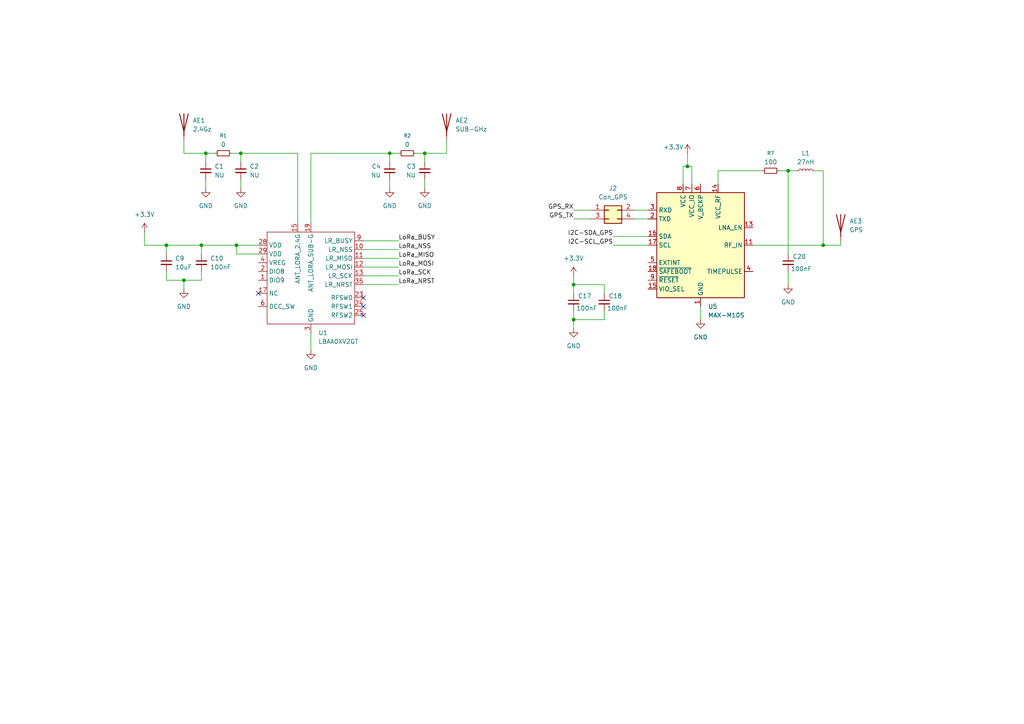
<source format=kicad_sch>
(kicad_sch (version 20250114) (generator "eeschema") (generator_version "9.0")
  (paper "A4")
  (lib_symbols
    (symbol "Connector_Generic:Conn_02x02_Odd_Even" (pin_names (offset 1.016) (hide yes))
      (property "Reference" "J" (at 1.27 2.54 0))
      (property "Value" "Conn_02x02_Odd_Even" (at 1.27 -5.08 0))
      (symbol "Conn_02x02_Odd_Even_1_1"
        (rectangle (start -1.27 1.27) (end 3.81 -3.81) (stroke (width 0.254)) (fill (type background)))
        (rectangle (start -1.27 0.127) (end 0 -0.127) (stroke (width 0.1524)))
        (rectangle (start -1.27 -2.413) (end 0 -2.667) (stroke (width 0.1524)))
        (rectangle (start 3.81 0.127) (end 2.54 -0.127) (stroke (width 0.1524)))
        (rectangle (start 3.81 -2.413) (end 2.54 -2.667) (stroke (width 0.1524)))
        (pin passive line (at -5.08 0 0) (length 3.81) (name "Pin_1") (number "1"))
        (pin passive line (at -5.08 -2.54 0) (length 3.81) (name "Pin_3") (number "3"))
        (pin passive line (at 7.62 0 180) (length 3.81) (name "Pin_2") (number "2"))
        (pin passive line (at 7.62 -2.54 180) (length 3.81) (name "Pin_4") (number "4"))
      )
    )
    (symbol "Device:Antenna" (pin_numbers (hide yes)) (pin_names (offset 1.016) (hide yes))
      (property "Reference" "AE" (at -1.905 1.905 0))
      (property "Value" "Antenna" (at -1.905 0 0))
      (symbol "Antenna_0_1"
        (polyline (pts (xy 0 2.54) (xy 0 -3.81)) (stroke (width 0.254)))
        (polyline (pts (xy 1.27 2.54) (xy 0 -2.54) (xy -1.27 2.54)) (stroke (width 0.254)))
      )
      (symbol "Antenna_1_1"
        (pin input line (at 0 -5.08 90) (length 2.54) (name "A") (number "1"))
      )
    )
    (symbol "Device:C_Small" (pin_numbers (hide yes)) (pin_names (offset 0.254) (hide yes))
      (property "Reference" "C" (at 0.254 1.778 0))
      (property "Value" "C_Small" (at 0.254 -2.032 0))
      (symbol "C_Small_0_1"
        (polyline (pts (xy -1.524 0.508) (xy 1.524 0.508)) (stroke (width 0.3048)))
        (polyline (pts (xy -1.524 -0.508) (xy 1.524 -0.508)) (stroke (width 0.3302)))
      )
      (symbol "C_Small_1_1"
        (pin passive line (at 0 2.54 270) (length 2.032) (name "~") (number "1"))
        (pin passive line (at 0 -2.54 90) (length 2.032) (name "~") (number "2"))
      )
    )
    (symbol "Device:L_Small" (pin_numbers (hide yes)) (pin_names (offset 0.254) (hide yes))
      (property "Reference" "L" (at 0.762 1.016 0))
      (property "Value" "L_Small" (at 0.762 -1.016 0))
      (symbol "L_Small_0_1"
        (arc (start 0 2.032) (mid 0.5058 1.524) (end 0 1.016))
        (arc (start 0 1.016) (mid 0.5058 0.508) (end 0 0))
        (arc (start 0 0) (mid 0.5058 -0.508) (end 0 -1.016))
        (arc (start 0 -1.016) (mid 0.5058 -1.524) (end 0 -2.032))
      )
      (symbol "L_Small_1_1"
        (pin passive line (at 0 2.54 270) (length 0.508) (name "~") (number "1"))
        (pin passive line (at 0 -2.54 90) (length 0.508) (name "~") (number "2"))
      )
    )
    (symbol "Device:R_Small" (pin_numbers (hide yes)) (pin_names (offset 0.254) (hide yes))
      (property "Reference" "R" (at 0 0 90))
      (property "Value" "R_Small" (at 1.778 0 90))
      (symbol "R_Small_0_1"
        (rectangle (start -0.762 1.778) (end 0.762 -1.778) (stroke (width 0.2032)))
      )
      (symbol "R_Small_1_1"
        (pin passive line (at 0 2.54 270) (length 0.762) (name "~") (number "1"))
        (pin passive line (at 0 -2.54 90) (length 0.762) (name "~") (number "2"))
      )
    )
    (symbol "RF_GPS:MAX-M10S"
      (property "Reference" "U" (at -10.16 16.51 0))
      (property "Value" "MAX-M10S" (at 11.43 16.51 0))
      (symbol "MAX-M10S_0_1"
        (rectangle (start 12.7 15.24) (end -12.7 -15.24) (stroke (width 0.254)) (fill (type background)))
      )
      (symbol "MAX-M10S_1_1"
        (pin input line (at -15.24 10.16 0) (length 2.54) (name "RXD") (number "3"))
        (pin output line (at -15.24 7.62 0) (length 2.54) (name "TXD") (number "2"))
        (pin bidirectional line (at -15.24 2.54 0) (length 2.54) (name "SDA") (number "16"))
        (pin input line (at -15.24 0 0) (length 2.54) (name "SCL") (number "17"))
        (pin input line (at -15.24 -5.08 0) (length 2.54) (name "EXTINT") (number "5"))
        (pin input line (at -15.24 -7.62 0) (length 2.54) (name "~{SAFEBOOT}") (number "18"))
        (pin input line (at -15.24 -10.16 0) (length 2.54) (name "~{RESET}") (number "9"))
        (pin input line (at -15.24 -12.7 0) (length 2.54) (name "VIO_SEL") (number "15"))
        (pin power_in line (at -5.08 17.78 270) (length 2.54) (name "VCC") (number "8"))
        (pin power_in line (at -2.54 17.78 270) (length 2.54) (name "VCC_IO") (number "7"))
        (pin power_in line (at 0 17.78 270) (length 2.54) (name "V_BCKP") (number "6"))
        (pin power_in line (at 0 -17.78 90) (length 2.54) (name "GND") (number "1"))
        (pin passive line (at 0 -17.78 90) (length 2.54) (hide yes) (name "GND") (number "10"))
        (pin passive line (at 0 -17.78 90) (length 2.54) (hide yes) (name "GND") (number "12"))
        (pin power_out line (at 5.08 17.78 270) (length 2.54) (name "VCC_RF") (number "14"))
        (pin output line (at 15.24 5.08 180) (length 2.54) (name "LNA_EN") (number "13"))
        (pin input line (at 15.24 0 180) (length 2.54) (name "RF_IN") (number "11"))
        (pin output line (at 15.24 -7.62 180) (length 2.54) (name "TIMEPULSE") (number "4"))
      )
    )
    (symbol "_W_LoRa:LBAA0XV2GT-001"
      (property "Reference" "U" (at 8.636 8.89 0))
      (symbol "LBAA0XV2GT-001_0_1"
        (rectangle (start -11.43 7.62) (end 13.97 -19.05))
      )
      (symbol "LBAA0XV2GT-001_1_1"
        (pin input line (at -13.97 3.81 0) (length 2.54) (name "VDD") (number "28"))
        (pin input line (at -13.97 1.27 0) (length 2.54) (name "VDD") (number "29"))
        (pin input line (at -13.97 -1.27 0) (length 2.54) (name "VREG") (number "4"))
        (pin input line (at -13.97 -3.81 0) (length 2.54) (name "DIO8") (number "2"))
        (pin input line (at -13.97 -6.35 0) (length 2.54) (name "DIO9") (number "1"))
        (pin input line (at -13.97 -10.16 0) (length 2.54) (name "NC") (number "17"))
        (pin input line (at -13.97 -10.16 0) (length 2.54) (hide yes) (name "NC") (number "21"))
        (pin input line (at -13.97 -13.97 0) (length 2.54) (name "DCC_SW") (number "6"))
        (pin input line (at -2.54 10.16 270) (length 2.54) (name "ANT_LORA_2.4G") (number "15"))
        (pin input line (at 1.27 10.16 270) (length 2.54) (name "ANT_LORA_SUB-G") (number "19"))
        (pin input line (at 1.27 -21.59 90) (length 2.54) (hide yes) (name "GND") (number "14"))
        (pin input line (at 1.27 -21.59 90) (length 2.54) (hide yes) (name "GND") (number "16"))
        (pin input line (at 1.27 -21.59 90) (length 2.54) (hide yes) (name "GND") (number "18"))
        (pin input line (at 1.27 -21.59 90) (length 2.54) (hide yes) (name "GND") (number "20"))
        (pin input line (at 1.27 -21.59 90) (length 2.54) (hide yes) (name "GND") (number "22"))
        (pin input line (at 1.27 -21.59 90) (length 2.54) (hide yes) (name "GND") (number "26"))
        (pin input line (at 1.27 -21.59 90) (length 2.54) (hide yes) (name "GND") (number "27"))
        (pin input line (at 1.27 -21.59 90) (length 2.54) (name "GND") (number "3"))
        (pin input line (at 1.27 -21.59 90) (length 2.54) (hide yes) (name "GND") (number "30"))
        (pin input line (at 1.27 -21.59 90) (length 2.54) (hide yes) (name "GND") (number "31"))
        (pin input line (at 1.27 -21.59 90) (length 2.54) (hide yes) (name "GND") (number "32"))
        (pin input line (at 1.27 -21.59 90) (length 2.54) (hide yes) (name "GND") (number "33"))
        (pin input line (at 1.27 -21.59 90) (length 2.54) (hide yes) (name "GND") (number "34"))
        (pin input line (at 1.27 -21.59 90) (length 2.54) (hide yes) (name "GND") (number "36"))
        (pin input line (at 1.27 -21.59 90) (length 2.54) (hide yes) (name "GND") (number "37"))
        (pin input line (at 1.27 -21.59 90) (length 2.54) (hide yes) (name "GND") (number "38"))
        (pin input line (at 1.27 -21.59 90) (length 2.54) (hide yes) (name "GND") (number "39"))
        (pin input line (at 1.27 -21.59 90) (length 2.54) (hide yes) (name "GND") (number "40"))
        (pin input line (at 1.27 -21.59 90) (length 2.54) (hide yes) (name "GND") (number "41"))
        (pin input line (at 1.27 -21.59 90) (length 2.54) (hide yes) (name "GND") (number "42"))
        (pin input line (at 1.27 -21.59 90) (length 2.54) (hide yes) (name "GND") (number "43"))
        (pin input line (at 1.27 -21.59 90) (length 2.54) (hide yes) (name "GND") (number "44"))
        (pin input line (at 1.27 -21.59 90) (length 2.54) (hide yes) (name "GND") (number "45"))
        (pin input line (at 1.27 -21.59 90) (length 2.54) (hide yes) (name "GND") (number "46"))
        (pin input line (at 1.27 -21.59 90) (length 2.54) (hide yes) (name "GND") (number "47"))
        (pin input line (at 1.27 -21.59 90) (length 2.54) (hide yes) (name "GND") (number "48"))
        (pin input line (at 1.27 -21.59 90) (length 2.54) (hide yes) (name "GND") (number "5"))
        (pin input line (at 1.27 -21.59 90) (length 2.54) (hide yes) (name "GND") (number "7"))
        (pin input line (at 1.27 -21.59 90) (length 2.54) (hide yes) (name "GND") (number "8"))
        (pin input line (at 16.51 5.08 180) (length 2.54) (name "LR_BUSY") (number "9"))
        (pin input line (at 16.51 2.54 180) (length 2.54) (name "LR_NSS") (number "10"))
        (pin input line (at 16.51 0 180) (length 2.54) (name "LR_MISO") (number "11"))
        (pin input line (at 16.51 -2.54 180) (length 2.54) (name "LR_MOSI") (number "12"))
        (pin input line (at 16.51 -5.08 180) (length 2.54) (name "LR_SCK") (number "13"))
        (pin input line (at 16.51 -7.62 180) (length 2.54) (name "LR_NRST") (number "35"))
        (pin input line (at 16.51 -11.43 180) (length 2.54) (name "RFSW0") (number "23"))
        (pin input line (at 16.51 -13.97 180) (length 2.54) (name "RFSW1") (number "24"))
        (pin input line (at 16.51 -16.51 180) (length 2.54) (name "RFSW2") (number "25"))
      )
    )
    (symbol "power:+3.3V" (power) (pin_numbers (hide yes)) (pin_names (offset 0) (hide yes))
      (property "Value" "+3.3V" (at 0 3.556 0))
      (symbol "+3.3V_0_1"
        (polyline (pts (xy -0.762 1.27) (xy 0 2.54)))
        (polyline (pts (xy 0 2.54) (xy 0.762 1.27)))
        (polyline (pts (xy 0 0) (xy 0 2.54)))
      )
      (symbol "+3.3V_1_1"
        (pin power_in line (at 0 0 90) (length 0) (name "~") (number "1"))
      )
    )
    (symbol "power:GND" (power) (pin_numbers (hide yes)) (pin_names (offset 0) (hide yes))
      (property "Value" "GND" (at 0 -3.81 0))
      (symbol "GND_0_1"
        (polyline (pts (xy 0 0) (xy 0 -1.27) (xy 1.27 -1.27) (xy 0 -2.54) (xy -1.27 -1.27) (xy 0 -1.27)))
      )
      (symbol "GND_1_1"
        (pin power_in line (at 0 0 270) (length 0) (name "~") (number "1"))
      )
    )
  )
  (junction (at 48.26 71.12))
  (junction (at 199.39 48.26))
  (junction (at 228.6 49.53))
  (junction (at 166.37 82.55))
  (junction (at 166.37 92.71))
  (junction (at 123.19 44.45))
  (junction (at 53.34 81.28))
  (junction (at 58.42 71.12))
  (junction (at 59.69 44.45))
  (junction (at 113.03 44.45))
  (junction (at 238.76 71.12))
  (junction (at 68.58 71.12))
  (junction (at 69.85 44.45))
  (no_connect (at 74.93 85.09))
  (no_connect (at 105.41 91.44))
  (no_connect (at 105.41 86.36))
  (no_connect (at 105.41 88.9))
  (wire (pts (xy 166.37 92.71) (xy 166.37 90.17)))
  (wire (pts (xy 115.57 44.45) (xy 113.03 44.45)))
  (wire (pts (xy 238.76 71.12) (xy 243.84 71.12)))
  (wire (pts (xy 187.96 63.5) (xy 184.15 63.5)))
  (wire (pts (xy 208.28 49.53) (xy 220.98 49.53)))
  (wire (pts (xy 199.39 44.45) (xy 199.39 48.26)))
  (wire (pts (xy 166.37 82.55) (xy 175.26 82.55)))
  (wire (pts (xy 226.06 49.53) (xy 228.6 49.53)))
  (wire (pts (xy 69.85 52.07) (xy 69.85 54.61)))
  (wire (pts (xy 199.39 48.26) (xy 200.66 48.26)))
  (wire (pts (xy 129.54 44.45) (xy 123.19 44.45)))
  (wire (pts (xy 175.26 85.09) (xy 175.26 82.55)))
  (wire (pts (xy 187.96 71.12) (xy 177.8 71.12)))
  (wire (pts (xy 120.65 44.45) (xy 123.19 44.45)))
  (wire (pts (xy 123.19 44.45) (xy 123.19 46.99)))
  (wire (pts (xy 68.58 71.12) (xy 58.42 71.12)))
  (wire (pts (xy 68.58 73.66) (xy 68.58 71.12)))
  (wire (pts (xy 198.12 48.26) (xy 199.39 48.26)))
  (wire (pts (xy 208.28 53.34) (xy 208.28 49.53)))
  (wire (pts (xy 48.26 73.66) (xy 48.26 71.12)))
  (wire (pts (xy 171.45 60.96) (xy 166.37 60.96)))
  (wire (pts (xy 74.93 71.12) (xy 68.58 71.12)))
  (wire (pts (xy 166.37 92.71) (xy 175.26 92.71)))
  (wire (pts (xy 243.84 71.12) (xy 243.84 69.85)))
  (wire (pts (xy 53.34 44.45) (xy 59.69 44.45)))
  (wire (pts (xy 113.03 44.45) (xy 113.03 46.99)))
  (wire (pts (xy 105.41 74.93) (xy 115.57 74.93)))
  (wire (pts (xy 238.76 49.53) (xy 238.76 71.12)))
  (wire (pts (xy 48.26 81.28) (xy 53.34 81.28)))
  (wire (pts (xy 228.6 78.74) (xy 228.6 82.55)))
  (wire (pts (xy 74.93 73.66) (xy 68.58 73.66)))
  (wire (pts (xy 59.69 44.45) (xy 62.23 44.45)))
  (wire (pts (xy 166.37 82.55) (xy 166.37 80.01)))
  (wire (pts (xy 69.85 44.45) (xy 86.36 44.45)))
  (wire (pts (xy 203.2 88.9) (xy 203.2 92.71)))
  (wire (pts (xy 67.31 44.45) (xy 69.85 44.45)))
  (wire (pts (xy 187.96 60.96) (xy 184.15 60.96)))
  (wire (pts (xy 90.17 44.45) (xy 90.17 64.77)))
  (wire (pts (xy 48.26 71.12) (xy 41.91 71.12)))
  (wire (pts (xy 90.17 44.45) (xy 113.03 44.45)))
  (wire (pts (xy 105.41 77.47) (xy 115.57 77.47)))
  (wire (pts (xy 58.42 81.28) (xy 58.42 78.74)))
  (wire (pts (xy 228.6 49.53) (xy 231.14 49.53)))
  (wire (pts (xy 105.41 72.39) (xy 115.57 72.39)))
  (wire (pts (xy 53.34 81.28) (xy 58.42 81.28)))
  (wire (pts (xy 53.34 44.45) (xy 53.34 40.64)))
  (wire (pts (xy 59.69 52.07) (xy 59.69 54.61)))
  (wire (pts (xy 90.17 96.52) (xy 90.17 101.6)))
  (wire (pts (xy 105.41 69.85) (xy 115.57 69.85)))
  (wire (pts (xy 48.26 78.74) (xy 48.26 81.28)))
  (wire (pts (xy 129.54 44.45) (xy 129.54 40.64)))
  (wire (pts (xy 105.41 80.01) (xy 115.57 80.01)))
  (wire (pts (xy 166.37 95.25) (xy 166.37 92.71)))
  (wire (pts (xy 69.85 44.45) (xy 69.85 46.99)))
  (wire (pts (xy 53.34 81.28) (xy 53.34 83.82)))
  (wire (pts (xy 236.22 49.53) (xy 238.76 49.53)))
  (wire (pts (xy 171.45 63.5) (xy 166.37 63.5)))
  (wire (pts (xy 218.44 71.12) (xy 238.76 71.12)))
  (wire (pts (xy 200.66 48.26) (xy 200.66 53.34)))
  (wire (pts (xy 198.12 53.34) (xy 198.12 48.26)))
  (wire (pts (xy 166.37 85.09) (xy 166.37 82.55)))
  (wire (pts (xy 228.6 49.53) (xy 228.6 73.66)))
  (wire (pts (xy 123.19 52.07) (xy 123.19 54.61)))
  (wire (pts (xy 113.03 52.07) (xy 113.03 54.61)))
  (wire (pts (xy 105.41 82.55) (xy 115.57 82.55)))
  (wire (pts (xy 58.42 71.12) (xy 48.26 71.12)))
  (wire (pts (xy 58.42 73.66) (xy 58.42 71.12)))
  (wire (pts (xy 59.69 44.45) (xy 59.69 46.99)))
  (wire (pts (xy 175.26 92.71) (xy 175.26 90.17)))
  (wire (pts (xy 41.91 67.31) (xy 41.91 71.12)))
  (wire (pts (xy 86.36 64.77) (xy 86.36 44.45)))
  (wire (pts (xy 187.96 68.58) (xy 177.8 68.58)))
  (label "I2C-SDA_GPS" (at 177.8 68.58 180))
  (label "GPS_RX" (at 166.37 60.96 180))
  (label "LoRa_BUSY" (at 115.57 69.85 0))
  (label "LoRa_MISO" (at 115.57 74.93 0))
  (label "LoRa_SCK" (at 115.57 80.01 0))
  (label "I2C-SCL_GPS" (at 177.8 71.12 180))
  (label "GPS_TX" (at 166.37 63.5 180))
  (label "LoRa_MOSI" (at 115.57 77.47 0))
  (label "LoRa_NSS" (at 115.57 72.39 0))
  (label "LoRa_NRST" (at 115.57 82.55 0))
  (symbol (lib_id "power:GND") (at 123.19 54.61 0) (mirror y) (unit 1)
    (property "Reference" "#PWR04" (effects (hide yes)))
    (property "Value" "GND" (at 123.19 59.69 0))
    (property "Description" "Power symbol creates a global label with name \"GND\" , ground" (effects (hide yes)))
  )
  (symbol (lib_id "Device:C_Small") (at 69.85 49.53 0) (unit 1)
    (property "Reference" "C2" (at 72.39 48.2662 0) (effects (justify left)))
    (property "Value" "NU" (at 72.39 50.8062 0) (effects (justify left)))
    (property "Footprint" "Capacitor_SMD:C_0402_1005Metric" (effects (hide yes)))
    (property "Description" "Unpolarized capacitor, small symbol" (effects (hide yes)))
  )
  (symbol (lib_id "_W_LoRa:LBAA0XV2GT-001") (at 88.9 74.93 0) (unit 1)
    (property "Reference" "U1" (at 92.3133 96.52 0) (effects (justify left)))
    (property "Value" "LBAA0XV2GT" (at 92.3133 99.06 0) (effects (justify left)))
    (property "Footprint" "_W_LoRa:LBAA0XV2GT" (effects (hide yes)))
  )
  (symbol (lib_id "Device:C_Small") (at 228.6 76.2 0) (unit 1)
    (property "Reference" "C20" (at 229.87 74.422 0) (effects (justify left)))
    (property "Value" "100nF" (at 229.362 77.978 0) (effects (justify left)))
    (property "Footprint" "Capacitor_SMD:C_0402_1005Metric" (effects (hide yes)))
    (property "Description" "Unpolarized capacitor, small symbol" (effects (hide yes)))
  )
  (symbol (lib_id "power:GND") (at 69.85 54.61 0) (unit 1)
    (property "Reference" "#PWR03" (effects (hide yes)))
    (property "Value" "GND" (at 69.85 59.69 0))
    (property "Description" "Power symbol creates a global label with name \"GND\" , ground" (effects (hide yes)))
  )
  (symbol (lib_id "power:+3.3V") (at 199.39 44.45 0) (unit 1)
    (property "Reference" "#PWR029" (effects (hide yes)))
    (property "Value" "+3.3V" (at 195.326 42.672 0))
    (property "Description" "Power symbol creates a global label with name \"+3.3V\"" (effects (hide yes)))
  )
  (symbol (lib_id "Device:C_Small") (at 166.37 87.63 0) (unit 1)
    (property "Reference" "C17" (at 167.64 85.852 0) (effects (justify left)))
    (property "Value" "100nF" (at 167.132 89.408 0) (effects (justify left)))
    (property "Footprint" "Capacitor_SMD:C_0402_1005Metric" (effects (hide yes)))
    (property "Description" "Unpolarized capacitor, small symbol" (effects (hide yes)))
  )
  (symbol (lib_id "RF_GPS:MAX-M10S") (at 203.2 71.12 0) (unit 1)
    (property "Reference" "U5" (at 205.3433 88.9 0) (effects (justify left)))
    (property "Value" "MAX-M10S" (at 205.3433 91.44 0) (effects (justify left)))
    (property "Footprint" "RF_GPS:ublox_MAX" (effects (hide yes)))
    (property "Datasheet" "https://content.u-blox.com/sites/default/files/MAX-M10S_DataSheet_UBX-20035208.pdf" (effects (hide yes)))
    (property "Description" "GNSS Module MAX M10, VCC 1.65V to 3.6V" (effects (hide yes)))
  )
  (symbol (lib_id "Device:L_Small") (at 233.68 49.53 90) (unit 1)
    (property "Reference" "L1" (at 233.68 44.45 90))
    (property "Value" "27nH" (at 233.68 46.99 90))
    (property "Footprint" "Inductor_SMD:L_0402_1005Metric" (effects (hide yes)))
    (property "Description" "Inductor, small symbol" (effects (hide yes)))
  )
  (symbol (lib_id "Device:R_Small") (at 223.52 49.53 90) (unit 1)
    (property "Reference" "R7" (at 223.52 44.45 90) (effects (font (size 1.016 1.016))))
    (property "Value" "100" (at 223.52 46.99 90))
    (property "Footprint" "Resistor_SMD:R_0402_1005Metric" (effects (hide yes)))
    (property "Description" "Resistor, small symbol" (effects (hide yes)))
  )
  (symbol (lib_id "Device:Antenna") (at 129.54 35.56 0) (mirror y) (unit 1)
    (property "Reference" "AE2" (at 132.08 34.9249 0) (effects (justify right)))
    (property "Value" "SUB-GHz" (at 132.08 37.4649 0) (effects (justify right)))
    (property "Footprint" "Connector_Coaxial:SMA_Molex_73251-1153_EdgeMount_Horizontal" (effects (hide yes)))
    (property "Description" "Antenna" (effects (hide yes)))
  )
  (symbol (lib_id "power:GND") (at 203.2 92.71 0) (unit 1)
    (property "Reference" "#PWR028" (effects (hide yes)))
    (property "Value" "GND" (at 203.2 97.79 0))
    (property "Description" "Power symbol creates a global label with name \"GND\" , ground" (effects (hide yes)))
  )
  (symbol (lib_id "Device:C_Small") (at 113.03 49.53 0) (mirror y) (unit 1)
    (property "Reference" "C4" (at 110.49 48.2662 0) (effects (justify left)))
    (property "Value" "NU" (at 110.49 50.8062 0) (effects (justify left)))
    (property "Footprint" "Capacitor_SMD:C_0402_1005Metric" (effects (hide yes)))
    (property "Description" "Unpolarized capacitor, small symbol" (effects (hide yes)))
  )
  (symbol (lib_id "Connector_Generic:Conn_02x02_Odd_Even") (at 176.53 60.96 0) (unit 1)
    (property "Reference" "J2" (at 177.8 54.61 0))
    (property "Value" "Con_GPS" (at 177.8 57.15 0))
    (property "Footprint" "Connector_PinSocket_2.54mm:PinSocket_2x02_P2.54mm_Vertical" (effects (hide yes)))
    (property "Description" "Generic connector, double row, 02x02, odd/even pin numbering scheme (row 1 odd numbers, row 2 even numbers), script generated (kicad-library-utils/schlib/autogen/connector/)" (effects (hide yes)))
  )
  (symbol (lib_id "power:+3.3V") (at 41.91 67.31 0) (unit 1)
    (property "Reference" "#PWR010" (effects (hide yes)))
    (property "Value" "+3.3V" (at 41.91 62.23 0))
    (property "Description" "Power symbol creates a global label with name \"+3.3V\"" (effects (hide yes)))
  )
  (symbol (lib_id "power:GND") (at 53.34 83.82 0) (unit 1)
    (property "Reference" "#PWR011" (effects (hide yes)))
    (property "Value" "GND" (at 53.34 88.9 0))
    (property "Description" "Power symbol creates a global label with name \"GND\" , ground" (effects (hide yes)))
  )
  (symbol (lib_id "power:GND") (at 59.69 54.61 0) (unit 1)
    (property "Reference" "#PWR02" (effects (hide yes)))
    (property "Value" "GND" (at 59.69 59.69 0))
    (property "Description" "Power symbol creates a global label with name \"GND\" , ground" (effects (hide yes)))
  )
  (symbol (lib_id "power:+3.3V") (at 166.37 80.01 0) (unit 1)
    (property "Reference" "#PWR030" (effects (hide yes)))
    (property "Value" "+3.3V" (at 166.37 74.93 0))
    (property "Description" "Power symbol creates a global label with name \"+3.3V\"" (effects (hide yes)))
  )
  (symbol (lib_id "power:GND") (at 228.6 82.55 0) (unit 1)
    (property "Reference" "#PWR032" (effects (hide yes)))
    (property "Value" "GND" (at 228.6 87.63 0))
    (property "Description" "Power symbol creates a global label with name \"GND\" , ground" (effects (hide yes)))
  )
  (symbol (lib_id "Device:C_Small") (at 48.26 76.2 0) (unit 1)
    (property "Reference" "C9" (at 50.8 74.9362 0) (effects (justify left)))
    (property "Value" "10uF" (at 50.8 77.4762 0) (effects (justify left)))
    (property "Footprint" "Capacitor_SMD:C_0603_1608Metric" (effects (hide yes)))
    (property "Description" "Unpolarized capacitor, small symbol" (effects (hide yes)))
  )
  (symbol (lib_id "power:GND") (at 90.17 101.6 0) (unit 1)
    (property "Reference" "#PWR01" (effects (hide yes)))
    (property "Value" "GND" (at 90.17 106.68 0))
    (property "Description" "Power symbol creates a global label with name \"GND\" , ground" (effects (hide yes)))
  )
  (symbol (lib_id "power:GND") (at 113.03 54.61 0) (mirror y) (unit 1)
    (property "Reference" "#PWR05" (effects (hide yes)))
    (property "Value" "GND" (at 113.03 59.69 0))
    (property "Description" "Power symbol creates a global label with name \"GND\" , ground" (effects (hide yes)))
  )
  (symbol (lib_id "Device:C_Small") (at 123.19 49.53 0) (mirror y) (unit 1)
    (property "Reference" "C3" (at 120.65 48.2662 0) (effects (justify left)))
    (property "Value" "NU" (at 120.65 50.8062 0) (effects (justify left)))
    (property "Footprint" "Capacitor_SMD:C_0402_1005Metric" (effects (hide yes)))
    (property "Description" "Unpolarized capacitor, small symbol" (effects (hide yes)))
  )
  (symbol (lib_id "Device:C_Small") (at 59.69 49.53 0) (unit 1)
    (property "Reference" "C1" (at 62.23 48.2662 0) (effects (justify left)))
    (property "Value" "NU" (at 62.23 50.8062 0) (effects (justify left)))
    (property "Footprint" "Capacitor_SMD:C_0402_1005Metric" (effects (hide yes)))
    (property "Description" "Unpolarized capacitor, small symbol" (effects (hide yes)))
  )
  (symbol (lib_id "Device:C_Small") (at 175.26 87.63 0) (unit 1)
    (property "Reference" "C18" (at 176.53 85.852 0) (effects (justify left)))
    (property "Value" "100nF" (at 176.022 89.408 0) (effects (justify left)))
    (property "Footprint" "Capacitor_SMD:C_0402_1005Metric" (effects (hide yes)))
    (property "Description" "Unpolarized capacitor, small symbol" (effects (hide yes)))
  )
  (symbol (lib_id "Device:Antenna") (at 53.34 35.56 0) (unit 1)
    (property "Reference" "AE1" (at 55.88 34.9249 0) (effects (justify left)))
    (property "Value" "2.4Gz" (at 55.88 37.4649 0) (effects (justify left)))
    (property "Footprint" "Connector_Coaxial:SMA_Molex_73251-1153_EdgeMount_Horizontal" (effects (hide yes)))
    (property "Description" "Antenna" (effects (hide yes)))
  )
  (symbol (lib_id "Device:Antenna") (at 243.84 64.77 0) (unit 1)
    (property "Reference" "AE3" (at 246.38 64.1349 0) (effects (justify left)))
    (property "Value" "GPS" (at 246.38 66.6749 0) (effects (justify left)))
    (property "Footprint" "Connector_Coaxial:U.FL_Hirose_U.FL-R-SMT-1_Vertical" (effects (hide yes)))
    (property "Description" "Antenna" (effects (hide yes)))
  )
  (symbol (lib_id "power:GND") (at 166.37 95.25 0) (unit 1)
    (property "Reference" "#PWR031" (effects (hide yes)))
    (property "Value" "GND" (at 166.37 100.33 0))
    (property "Description" "Power symbol creates a global label with name \"GND\" , ground" (effects (hide yes)))
  )
  (symbol (lib_id "Device:R_Small") (at 118.11 44.45 270) (mirror x) (unit 1)
    (property "Reference" "R2" (at 118.11 39.37 90) (effects (font (size 1.016 1.016))))
    (property "Value" "0" (at 118.11 41.91 90))
    (property "Footprint" "Resistor_SMD:R_0402_1005Metric" (effects (hide yes)))
    (property "Description" "Resistor, small symbol" (effects (hide yes)))
  )
  (symbol (lib_id "Device:R_Small") (at 64.77 44.45 90) (unit 1)
    (property "Reference" "R1" (at 64.77 39.37 90) (effects (font (size 1.016 1.016))))
    (property "Value" "0" (at 64.77 41.91 90))
    (property "Footprint" "Resistor_SMD:R_0402_1005Metric" (effects (hide yes)))
    (property "Description" "Resistor, small symbol" (effects (hide yes)))
  )
  (symbol (lib_id "Device:C_Small") (at 58.42 76.2 0) (unit 1)
    (property "Reference" "C10" (at 60.96 74.9362 0) (effects (justify left)))
    (property "Value" "100nF" (at 60.96 77.4762 0) (effects (justify left)))
    (property "Footprint" "Capacitor_SMD:C_0402_1005Metric" (effects (hide yes)))
    (property "Description" "Unpolarized capacitor, small symbol" (effects (hide yes)))
  )
)
</source>
